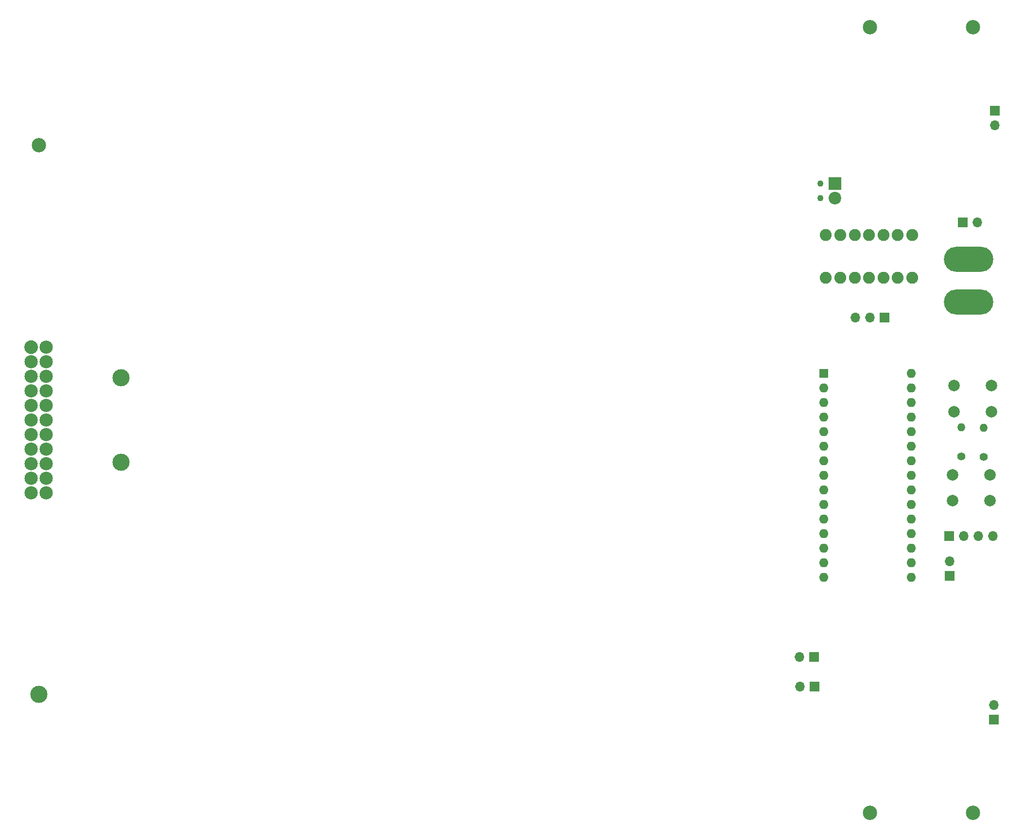
<source format=gbr>
%TF.GenerationSoftware,KiCad,Pcbnew,8.0.0*%
%TF.CreationDate,2024-03-17T01:00:07+02:00*%
%TF.ProjectId,FollowTheLine,466f6c6c-6f77-4546-9865-4c696e652e6b,rev?*%
%TF.SameCoordinates,Original*%
%TF.FileFunction,Soldermask,Top*%
%TF.FilePolarity,Negative*%
%FSLAX46Y46*%
G04 Gerber Fmt 4.6, Leading zero omitted, Abs format (unit mm)*
G04 Created by KiCad (PCBNEW 8.0.0) date 2024-03-17 01:00:07*
%MOMM*%
%LPD*%
G01*
G04 APERTURE LIST*
%ADD10C,3.000000*%
%ADD11C,2.500000*%
%ADD12C,2.304000*%
%ADD13C,2.388400*%
%ADD14C,1.100000*%
%ADD15R,2.200000X2.200000*%
%ADD16C,2.200000*%
%ADD17R,1.700000X1.700000*%
%ADD18O,1.700000X1.700000*%
%ADD19C,2.000000*%
%ADD20C,2.083600*%
%ADD21C,1.400000*%
%ADD22O,1.400000X1.400000*%
%ADD23R,1.600000X1.600000*%
%ADD24O,1.600000X1.600000*%
%ADD25O,8.604000X4.404000*%
G04 APERTURE END LIST*
D10*
%TO.C,U2*%
X69635000Y-137050000D03*
D11*
X69635000Y-41250000D03*
D12*
X68285000Y-81555000D03*
X70910000Y-101880000D03*
X68285000Y-101875000D03*
X70910000Y-76480000D03*
D13*
X68285000Y-76475000D03*
D12*
X70910000Y-84100000D03*
X68285000Y-84095000D03*
X70910000Y-86640000D03*
X68285000Y-86635000D03*
X70910000Y-89180000D03*
X68285000Y-89175000D03*
X70910000Y-91720000D03*
X68285000Y-91715000D03*
X70910000Y-94260000D03*
X68285000Y-94255000D03*
X70910000Y-96800000D03*
X68285000Y-96795000D03*
X70910000Y-99340000D03*
X70910000Y-81560000D03*
X68285000Y-99335000D03*
X70910000Y-79020000D03*
X68285000Y-79015000D03*
%TD*%
D14*
%TO.C,J4*%
X205735000Y-48010000D03*
X205735000Y-50550000D03*
D15*
X208275000Y-48010000D03*
D16*
X208275000Y-50550000D03*
%TD*%
D11*
%TO.C,*%
X232360000Y-157700000D03*
%TD*%
%TO.C,*%
X232360000Y-20700000D03*
%TD*%
D17*
%TO.C,J1*%
X236150000Y-35250000D03*
D18*
X236150000Y-37790000D03*
%TD*%
D19*
%TO.C,A7*%
X228775000Y-98750000D03*
X235275000Y-98750000D03*
X228775000Y-103250000D03*
X235275000Y-103250000D03*
%TD*%
D17*
%TO.C,J18*%
X204725000Y-135725000D03*
D18*
X202185000Y-135725000D03*
%TD*%
D17*
%TO.C,U3*%
X216900000Y-71300000D03*
D18*
X214360000Y-71300000D03*
X211820000Y-71300000D03*
%TD*%
D20*
%TO.C,MotorDriver1*%
X216730000Y-64410000D03*
X219230000Y-64410000D03*
X219230000Y-56910000D03*
X216730000Y-56910000D03*
X211730000Y-64410000D03*
X214230000Y-64410000D03*
X214230000Y-56910000D03*
X211730000Y-56910000D03*
X206730000Y-64410000D03*
X206730000Y-56910000D03*
X221730000Y-64410000D03*
X209230000Y-64410000D03*
X209230000Y-56910000D03*
X221730000Y-56910000D03*
%TD*%
D17*
%TO.C,J3*%
X230585000Y-54725000D03*
D18*
X233125000Y-54725000D03*
%TD*%
D21*
%TO.C,R1*%
X234225000Y-95615000D03*
D22*
X234225000Y-90535000D03*
%TD*%
D17*
%TO.C,J5*%
X204690000Y-130500000D03*
D18*
X202150000Y-130500000D03*
%TD*%
D10*
%TO.C,*%
X83960000Y-96575000D03*
%TD*%
D11*
%TO.C,*%
X214360000Y-157700000D03*
%TD*%
D23*
%TO.C,A1*%
X206385000Y-81075000D03*
D24*
X206385000Y-83615000D03*
X206385000Y-86155000D03*
X206385000Y-88695000D03*
X206385000Y-91235000D03*
X206385000Y-93775000D03*
X206385000Y-96315000D03*
X206385000Y-98855000D03*
X206385000Y-101395000D03*
X206385000Y-103935000D03*
X206385000Y-106475000D03*
X206385000Y-109015000D03*
X206385000Y-111555000D03*
X206385000Y-114095000D03*
X206385000Y-116635000D03*
X221625000Y-116635000D03*
X221625000Y-114095000D03*
X221625000Y-111555000D03*
X221625000Y-109015000D03*
X221625000Y-106475000D03*
X221625000Y-103935000D03*
X221625000Y-101395000D03*
X221625000Y-98855000D03*
X221625000Y-96315000D03*
X221625000Y-93775000D03*
X221625000Y-91235000D03*
X221625000Y-88695000D03*
X221625000Y-86155000D03*
X221625000Y-83615000D03*
X221625000Y-81075000D03*
%TD*%
D17*
%TO.C,J6*%
X228250000Y-116415000D03*
D18*
X228250000Y-113875000D03*
%TD*%
D19*
%TO.C,A6*%
X229050000Y-83225000D03*
X235550000Y-83225000D03*
X229050000Y-87725000D03*
X235550000Y-87725000D03*
%TD*%
D17*
%TO.C,J9*%
X228210000Y-109450000D03*
D18*
X230750000Y-109450000D03*
X233290000Y-109450000D03*
X235830000Y-109450000D03*
%TD*%
D17*
%TO.C,J2*%
X236000000Y-141475000D03*
D18*
X236000000Y-138935000D03*
%TD*%
D21*
%TO.C,R2*%
X230325000Y-95515000D03*
D22*
X230325000Y-90435000D03*
%TD*%
D11*
%TO.C,*%
X214360000Y-20700000D03*
%TD*%
D10*
%TO.C,*%
X83960000Y-81875000D03*
%TD*%
D25*
%TO.C,S1*%
X231625000Y-61150000D03*
X231625000Y-68650000D03*
%TD*%
M02*

</source>
